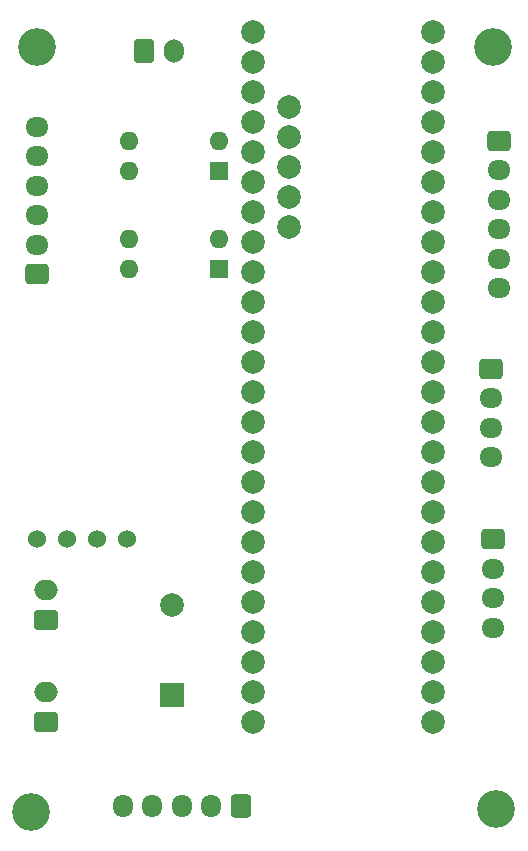
<source format=gbr>
%TF.GenerationSoftware,KiCad,Pcbnew,8.0.2-1*%
%TF.CreationDate,2024-12-19T12:27:28-05:00*%
%TF.ProjectId,Airbrake_ComputeBoard,41697262-7261-46b6-955f-436f6d707574,rev?*%
%TF.SameCoordinates,Original*%
%TF.FileFunction,Soldermask,Bot*%
%TF.FilePolarity,Negative*%
%FSLAX46Y46*%
G04 Gerber Fmt 4.6, Leading zero omitted, Abs format (unit mm)*
G04 Created by KiCad (PCBNEW 8.0.2-1) date 2024-12-19 12:27:28*
%MOMM*%
%LPD*%
G01*
G04 APERTURE LIST*
G04 Aperture macros list*
%AMRoundRect*
0 Rectangle with rounded corners*
0 $1 Rounding radius*
0 $2 $3 $4 $5 $6 $7 $8 $9 X,Y pos of 4 corners*
0 Add a 4 corners polygon primitive as box body*
4,1,4,$2,$3,$4,$5,$6,$7,$8,$9,$2,$3,0*
0 Add four circle primitives for the rounded corners*
1,1,$1+$1,$2,$3*
1,1,$1+$1,$4,$5*
1,1,$1+$1,$6,$7*
1,1,$1+$1,$8,$9*
0 Add four rect primitives between the rounded corners*
20,1,$1+$1,$2,$3,$4,$5,0*
20,1,$1+$1,$4,$5,$6,$7,0*
20,1,$1+$1,$6,$7,$8,$9,0*
20,1,$1+$1,$8,$9,$2,$3,0*%
G04 Aperture macros list end*
%ADD10R,1.600000X1.600000*%
%ADD11O,1.600000X1.600000*%
%ADD12C,3.200000*%
%ADD13RoundRect,0.250000X0.600000X0.725000X-0.600000X0.725000X-0.600000X-0.725000X0.600000X-0.725000X0*%
%ADD14O,1.700000X1.950000*%
%ADD15C,2.000000*%
%ADD16R,2.000000X2.000000*%
%ADD17C,1.524000*%
%ADD18RoundRect,0.250000X-0.725000X0.600000X-0.725000X-0.600000X0.725000X-0.600000X0.725000X0.600000X0*%
%ADD19O,1.950000X1.700000*%
%ADD20RoundRect,0.250000X0.750000X-0.600000X0.750000X0.600000X-0.750000X0.600000X-0.750000X-0.600000X0*%
%ADD21O,2.000000X1.700000*%
%ADD22RoundRect,0.250000X0.725000X-0.600000X0.725000X0.600000X-0.725000X0.600000X-0.725000X-0.600000X0*%
%ADD23RoundRect,0.250000X-0.600000X-0.750000X0.600000X-0.750000X0.600000X0.750000X-0.600000X0.750000X0*%
%ADD24O,1.700000X2.000000*%
G04 APERTURE END LIST*
D10*
%TO.C,U3*%
X154295000Y-78110000D03*
D11*
X154295000Y-75570000D03*
X146675000Y-75570000D03*
X146675000Y-78110000D03*
%TD*%
D12*
%TO.C,H3*%
X138430000Y-132334000D03*
%TD*%
D13*
%TO.C,BlueRaven1*%
X156170000Y-131826000D03*
D14*
X153670000Y-131826000D03*
X151170000Y-131826000D03*
X148670000Y-131826000D03*
X146170000Y-131826000D03*
%TD*%
D15*
%TO.C,Teensy4.1*%
X157226000Y-66294000D03*
X157226000Y-68834000D03*
X157226000Y-71374000D03*
X157226000Y-73914000D03*
X157226000Y-76454000D03*
X157226000Y-78994000D03*
X157226000Y-81534000D03*
X157226000Y-84074000D03*
X157226000Y-86614000D03*
X157226000Y-89154000D03*
X157226000Y-91694000D03*
X157226000Y-94234000D03*
X157226000Y-96774000D03*
X157226000Y-99314000D03*
X157226000Y-101854000D03*
X157226000Y-104394000D03*
X157226000Y-106934000D03*
X157226000Y-109474000D03*
X157226000Y-112014000D03*
X157226000Y-114554000D03*
X157226000Y-117094000D03*
X157226000Y-119634000D03*
X157226000Y-122174000D03*
X157226000Y-124714000D03*
X172466000Y-124714000D03*
X172466000Y-122174000D03*
X172466000Y-119634000D03*
X172466000Y-117094000D03*
X172466000Y-114554000D03*
X172466000Y-112014000D03*
X172466000Y-109474000D03*
X172466000Y-106934000D03*
X172466000Y-104394000D03*
X172466000Y-101854000D03*
X172466000Y-99314000D03*
X172466000Y-96774000D03*
X172466000Y-94234000D03*
X172466000Y-91694000D03*
X172466000Y-89154000D03*
X172466000Y-86614000D03*
X172466000Y-84074000D03*
X172466000Y-81534000D03*
X172466000Y-78994000D03*
X172466000Y-76454000D03*
X172466000Y-73914000D03*
X172466000Y-71374000D03*
X172466000Y-68834000D03*
X172466000Y-66294000D03*
X160276000Y-72644000D03*
X160276000Y-75184000D03*
X160276000Y-77724000D03*
X160276000Y-80264000D03*
X160276000Y-82804000D03*
%TD*%
D16*
%TO.C,BZ1*%
X150368000Y-122418000D03*
D15*
X150368000Y-114818000D03*
%TD*%
D17*
%TO.C,Buck_Converter1*%
X138938000Y-109220000D03*
X141478000Y-109220000D03*
X144018000Y-109220000D03*
X146558000Y-109220000D03*
%TD*%
D18*
%TO.C,VN-100-1*%
X178054000Y-75518000D03*
D19*
X178054000Y-78018000D03*
X178054000Y-80518000D03*
X178054000Y-83018000D03*
X178054000Y-85518000D03*
X178054000Y-88018000D03*
%TD*%
D20*
%TO.C,PowerSwitch1*%
X139700000Y-116058000D03*
D21*
X139700000Y-113558000D03*
%TD*%
D18*
%TO.C,SensorBoard1*%
X177546000Y-109260000D03*
D19*
X177546000Y-111760000D03*
X177546000Y-114260000D03*
X177546000Y-116760000D03*
%TD*%
D12*
%TO.C,H1*%
X138938000Y-67564000D03*
%TD*%
%TO.C,H4*%
X177800000Y-132080000D03*
%TD*%
D22*
%TO.C,MotorDriver1*%
X138938000Y-86828000D03*
D19*
X138938000Y-84328000D03*
X138938000Y-81828000D03*
X138938000Y-79328000D03*
X138938000Y-76828000D03*
X138938000Y-74328000D03*
%TD*%
D18*
%TO.C,MotorEncoder1*%
X177309000Y-94802000D03*
D19*
X177309000Y-97302000D03*
X177309000Y-99802000D03*
X177309000Y-102302000D03*
%TD*%
D10*
%TO.C,U1*%
X154295000Y-86365000D03*
D11*
X154295000Y-83825000D03*
X146675000Y-83825000D03*
X146675000Y-86365000D03*
%TD*%
D20*
%TO.C,Battery1*%
X139683000Y-124694000D03*
D21*
X139683000Y-122194000D03*
%TD*%
D12*
%TO.C,H2*%
X177546000Y-67564000D03*
%TD*%
D23*
%TO.C,LimitSwitch1*%
X147995000Y-67945000D03*
D24*
X150495000Y-67945000D03*
%TD*%
M02*

</source>
